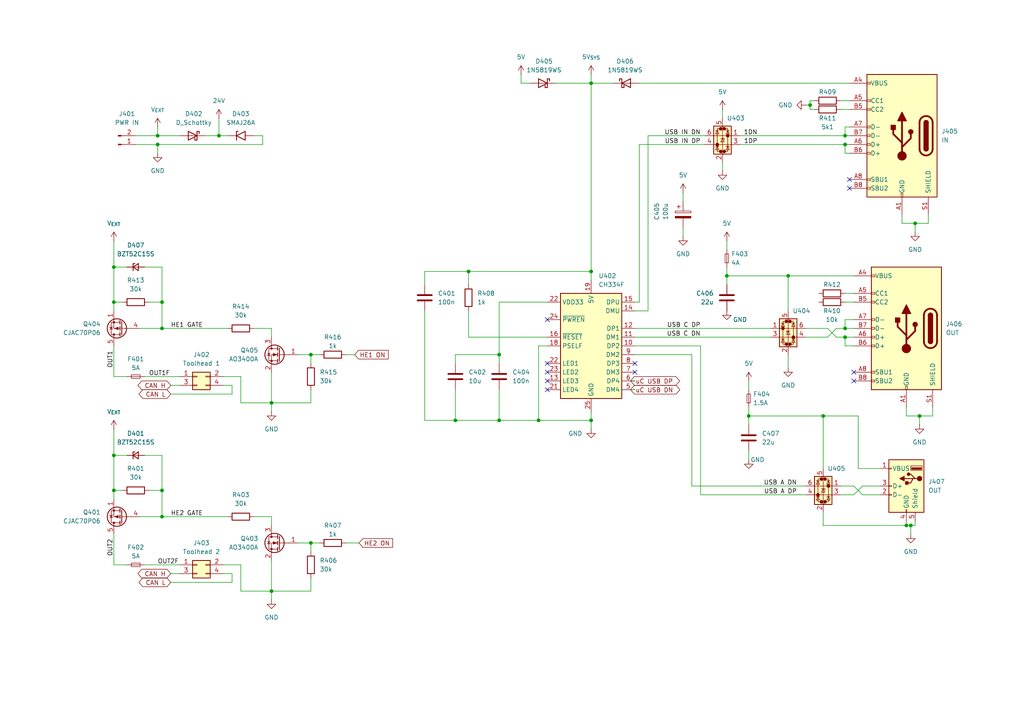
<source format=kicad_sch>
(kicad_sch (version 20250114) (generator "eeschema") (generator_version "9.0")
  (paper "A4")
  (title_block (title "EWS - Power, CANbus and USB HAT for 3D Printers") (date "2025-12-04") (rev "0.1") (company "Eduard Iten"))
  (lib_symbols
    (symbol "Connector:Conn_01x02_Pin" (pin_names (offset 1.016) (hide yes))
      (property "Reference" "J" (at 0 2.54 0))
      (property "Value" "Conn_01x02_Pin" (at 0 -5.08 0))
      (symbol "Conn_01x02_Pin_1_1"
        (pin passive line (at 5.08 0 180) (length 3.81) (name "Pin_1") (number "1"))
        (pin passive line (at 5.08 -2.54 180) (length 3.81) (name "Pin_2") (number "2"))
      )
    )
    (symbol "Connector:USB_A" (pin_names (offset 1.016))
      (property "Reference" "J" (at -5.08 11.43 0))
      (property "Value" "USB_A" (at -5.08 8.89 0))
      (symbol "USB_A_1_1"
        (pin passive line (at -2.54 -10.16 90) (length 2.54) (name "Shield") (number "5"))
        (pin power_in line (at 0 -10.16 90) (length 2.54) (name "GND") (number "4"))
        (pin power_in line (at 7.62 5.08 180) (length 2.54) (name "VBUS") (number "1"))
        (pin bidirectional line (at 7.62 0 180) (length 2.54) (name "D+") (number "3"))
        (pin bidirectional line (at 7.62 -2.54 180) (length 2.54) (name "D-") (number "2"))
      )
    )
    (symbol "Connector:USB_C_Receptacle_USB2.0_16P" (pin_names (offset 1.016))
      (property "Reference" "J" (at 0 22.225 0))
      (property "Value" "USB_C_Receptacle_USB2.0_16P" (at 0 19.685 0))
      (symbol "USB_C_Receptacle_USB2.0_16P_1_1"
        (pin passive line (at -7.62 -22.86 90) (length 5.08) (name "SHIELD") (number "S1"))
        (pin passive line (at 0 -22.86 90) (length 5.08) (name "GND") (number "A1"))
        (pin passive line (at 0 -22.86 90) (length 5.08) (hide yes) (name "GND") (number "A12"))
        (pin passive line (at 0 -22.86 90) (length 5.08) (hide yes) (name "GND") (number "B1"))
        (pin passive line (at 0 -22.86 90) (length 5.08) (hide yes) (name "GND") (number "B12"))
        (pin passive line (at 15.24 15.24 180) (length 5.08) (name "VBUS") (number "A4"))
        (pin passive line (at 15.24 15.24 180) (length 5.08) (hide yes) (name "VBUS") (number "A9"))
        (pin passive line (at 15.24 15.24 180) (length 5.08) (hide yes) (name "VBUS") (number "B4"))
        (pin passive line (at 15.24 15.24 180) (length 5.08) (hide yes) (name "VBUS") (number "B9"))
        (pin bidirectional line (at 15.24 10.16 180) (length 5.08) (name "CC1") (number "A5"))
        (pin bidirectional line (at 15.24 7.62 180) (length 5.08) (name "CC2") (number "B5"))
        (pin bidirectional line (at 15.24 2.54 180) (length 5.08) (name "D-") (number "A7"))
        (pin bidirectional line (at 15.24 0 180) (length 5.08) (name "D-") (number "B7"))
        (pin bidirectional line (at 15.24 -2.54 180) (length 5.08) (name "D+") (number "A6"))
        (pin bidirectional line (at 15.24 -5.08 180) (length 5.08) (name "D+") (number "B6"))
        (pin bidirectional line (at 15.24 -12.7 180) (length 5.08) (name "SBU1") (number "A8"))
        (pin bidirectional line (at 15.24 -15.24 180) (length 5.08) (name "SBU2") (number "B8"))
      )
    )
    (symbol "Connector_Generic:Conn_02x02_Odd_Even" (pin_names (offset 1.016) (hide yes))
      (property "Reference" "J" (at 1.27 2.54 0))
      (property "Value" "Conn_02x02_Odd_Even" (at 1.27 -5.08 0))
      (symbol "Conn_02x02_Odd_Even_1_1"
        (pin passive line (at -5.08 0 0) (length 3.81) (name "Pin_1") (number "1"))
        (pin passive line (at -5.08 -2.54 0) (length 3.81) (name "Pin_3") (number "3"))
        (pin passive line (at 7.62 0 180) (length 3.81) (name "Pin_2") (number "2"))
        (pin passive line (at 7.62 -2.54 180) (length 3.81) (name "Pin_4") (number "4"))
      )
    )
    (symbol "Device:C" (pin_numbers (hide yes)) (pin_names (offset 0.254))
      (property "Reference" "C" (at 0.635 2.54 0))
      (property "Value" "C" (at 0.635 -2.54 0))
      (symbol "C_1_1"
        (pin passive line (at 0 3.81 270) (length 2.794) (name "~") (number "1"))
        (pin passive line (at 0 -3.81 90) (length 2.794) (name "~") (number "2"))
      )
    )
    (symbol "Device:C_Polarized" (pin_numbers (hide yes)) (pin_names (offset 0.254))
      (property "Reference" "C" (at 0.635 2.54 0))
      (property "Value" "C_Polarized" (at 0.635 -2.54 0))
      (symbol "C_Polarized_1_1"
        (pin passive line (at 0 3.81 270) (length 2.794) (name "~") (number "1"))
        (pin passive line (at 0 -3.81 90) (length 2.794) (name "~") (number "2"))
      )
    )
    (symbol "Device:D_Schottky" (pin_numbers (hide yes)) (pin_names (offset 1.016) (hide yes))
      (property "Reference" "D" (at 0 2.54 0))
      (property "Value" "D_Schottky" (at 0 -2.54 0))
      (symbol "D_Schottky_1_1"
        (pin passive line (at -3.81 0 0) (length 2.54) (name "K") (number "1"))
        (pin passive line (at 3.81 0 180) (length 2.54) (name "A") (number "2"))
      )
    )
    (symbol "Device:D_Zener_Small" (pin_numbers (hide yes)) (pin_names (offset 0.254) (hide yes))
      (property "Reference" "D" (at 0 2.286 0))
      (property "Value" "D_Zener_Small" (at 0 -2.286 0))
      (symbol "D_Zener_Small_1_1"
        (pin passive line (at -2.54 0 0) (length 1.778) (name "K") (number "1"))
        (pin passive line (at 2.54 0 180) (length 1.778) (name "A") (number "2"))
      )
    )
    (symbol "Device:Fuse_Small" (pin_numbers (hide yes)) (pin_names (offset 0.254) (hide yes))
      (property "Reference" "F" (at 0 -1.524 0))
      (property "Value" "Fuse_Small" (at 0 1.524 0))
      (symbol "Fuse_Small_1_1"
        (pin passive line (at -2.54 0 0) (length 1.27) (name "~") (number "1"))
        (pin passive line (at 2.54 0 180) (length 1.27) (name "~") (number "2"))
      )
    )
    (symbol "Device:R" (pin_numbers (hide yes)) (pin_names (offset 0))
      (property "Reference" "R" (at 2.032 0 90))
      (property "Value" "R" (at 0 0 90))
      (symbol "R_1_1"
        (pin passive line (at 0 3.81 270) (length 1.27) (name "~") (number "1"))
        (pin passive line (at 0 -3.81 90) (length 1.27) (name "~") (number "2"))
      )
    )
    (symbol "Diode:1N5819WS" (pin_numbers (hide yes)) (pin_names (offset 1.016) (hide yes))
      (property "Reference" "D" (at 0 2.54 0))
      (property "Value" "1N5819WS" (at 0 -2.54 0))
      (symbol "1N5819WS_1_1"
        (pin passive line (at -3.81 0 0) (length 2.54) (name "K") (number "1"))
        (pin passive line (at 3.81 0 180) (length 2.54) (name "A") (number "2"))
      )
    )
    (symbol "Diode:SMAJ26A" (pin_numbers (hide yes)) (pin_names (offset 1.016) (hide yes))
      (property "Reference" "D" (at 0 2.54 0))
      (property "Value" "SMAJ26A" (at 0 -2.54 0))
      (symbol "SMAJ26A_1_1"
        (pin passive line (at -3.81 0 0) (length 2.54) (name "A1") (number "1"))
        (pin passive line (at 3.81 0 180) (length 2.54) (name "A2") (number "2"))
      )
    )
    (symbol "Power_Protection:USBLC6-2SC6" (pin_names (hide yes))
      (property "Reference" "U" (at 0.635 5.715 0))
      (property "Value" "USBLC6-2SC6" (at 0.635 3.81 0))
      (symbol "USBLC6-2SC6_1_1"
        (pin passive line (at -5.08 0 0) (length 2.54) (name "I/O1") (number "1"))
        (pin passive line (at -5.08 -2.54 0) (length 2.54) (name "I/O2") (number "3"))
        (pin passive line (at 0 5.08 270) (length 2.54) (name "VBUS") (number "5"))
        (pin passive line (at 0 -7.62 90) (length 2.54) (name "GND") (number "2"))
        (pin passive line (at 5.08 0 180) (length 2.54) (name "I/O1") (number "6"))
        (pin passive line (at 5.08 -2.54 180) (length 2.54) (name "I/O2") (number "4"))
      )
    )
    (symbol "Transistor_FET:AO3400A" (pin_names (offset 0) (hide yes))
      (property "Reference" "Q" (at 5.08 1.905 0))
      (property "Value" "AO3400A" (at 5.08 0 0))
      (symbol "AO3400A_1_1"
        (pin input line (at -5.08 0 0) (length 2.54) (name "G") (number "1"))
        (pin passive line (at 2.54 5.08 270) (length 2.54) (name "D") (number "3"))
        (pin passive line (at 2.54 -5.08 90) (length 2.54) (name "S") (number "2"))
      )
    )
    (symbol "Transistor_FET:AON6411" (pin_names (hide yes))
      (property "Reference" "Q" (at 5.08 1.905 0))
      (property "Value" "AON6411" (at 5.08 0 0))
      (symbol "AON6411_1_1"
        (pin input line (at -5.08 0 0) (length 2.54) (name "G") (number "4"))
        (pin passive line (at 2.54 5.08 270) (length 2.54) (name "D") (number "5"))
        (pin passive line (at 2.54 -5.08 90) (length 2.54) (name "S") (number "1"))
        (pin passive line (at 2.54 -5.08 90) (length 2.54) (hide yes) (name "S") (number "2"))
        (pin passive line (at 2.54 -5.08 90) (length 2.54) (hide yes) (name "S") (number "3"))
      )
    )
    (symbol "power:+1V0" (power) (pin_numbers (hide yes)) (pin_names (offset 0) (hide yes))
      (property "Value" "+1V0" (at 0 3.556 0))
      (symbol "+1V0_1_1"
        (pin power_in line (at 0 0 90) (length 0) (name "~") (number "1"))
      )
    )
    (symbol "power:+24V" (power) (pin_numbers (hide yes)) (pin_names (offset 0) (hide yes))
      (property "Value" "+24V" (at 0 3.556 0))
      (symbol "+24V_1_1"
        (pin power_in line (at 0 0 90) (length 0) (name "~") (number "1"))
      )
    )
    (symbol "power:+5V" (power) (pin_numbers (hide yes)) (pin_names (offset 0) (hide yes))
      (property "Value" "+5V" (at 0 3.556 0))
      (symbol "+5V_1_1"
        (pin power_in line (at 0 0 90) (length 0) (name "~") (number "1"))
      )
    )
    (symbol "power:GND" (power) (pin_numbers (hide yes)) (pin_names (offset 0) (hide yes))
      (property "Value" "GND" (at 0 -3.81 0))
      (symbol "GND_1_1"
        (pin power_in line (at 0 0 270) (length 0) (name "~") (number "1"))
      )
    )
    (symbol "project:CH334F"
      (property "Reference" "U" (at 1.27 19.05 0))
      (property "Value" "CH334F" (at 1.27 16.51 0))
      (symbol "CH334F_1_1"
        (pin no_connect line (at -27.94 25.4 0) (length 2.54) (hide yes) (name "~{OVCUR}") (number "1"))
        (pin no_connect line (at -27.94 22.86 0) (length 2.54) (hide yes) (name "NC") (number "2"))
        (pin no_connect line (at -27.94 20.32 0) (length 2.54) (hide yes) (name "X0") (number "3"))
        (pin no_connect line (at -27.94 17.78 0) (length 2.54) (hide yes) (name "XI") (number "4"))
        (pin no_connect line (at -27.94 15.24 0) (length 2.54) (hide yes) (name "NC") (number "17"))
        (pin power_out line (at -12.7 12.7 0) (length 3.81) (name "VDD33") (number "22"))
        (pin output line (at -12.7 7.62 0) (length 3.81) (name "~{PWREN}") (number "24"))
        (pin input line (at -12.7 2.54 0) (length 3.81) (name "~{RESET}") (number "16"))
        (pin input line (at -12.7 0 0) (length 3.81) (name "PSELF") (number "18"))
        (pin output line (at -12.7 -5.08 0) (length 3.81) (name "LED1") (number "22"))
        (pin output line (at -12.7 -7.62 0) (length 3.81) (name "LED2") (number "23"))
        (pin output line (at -12.7 -10.16 0) (length 3.81) (name "LED3") (number "13"))
        (pin output line (at -12.7 -12.7 0) (length 3.81) (name "LED4") (number "21"))
        (pin power_in line (at 0 19.05 270) (length 3.81) (name "5V") (number "19"))
        (pin power_in line (at 0 -19.05 90) (length 3.81) (name "GND") (number "25"))
        (pin input line (at 12.7 12.7 180) (length 3.81) (name "DPU") (number "15"))
        (pin input line (at 12.7 10.16 180) (length 3.81) (name "DMU") (number "14"))
        (pin output line (at 12.7 5.08 180) (length 3.81) (name "DP1") (number "12"))
        (pin output line (at 12.7 2.54 180) (length 3.81) (name "DM1") (number "11"))
        (pin output line (at 12.7 0 180) (length 3.81) (name "DP2") (number "10"))
        (pin output line (at 12.7 -2.54 180) (length 3.81) (name "DM2") (number "9"))
        (pin output line (at 12.7 -5.08 180) (length 3.81) (name "DP3") (number "8"))
        (pin output line (at 12.7 -7.62 180) (length 3.81) (name "DM3") (number "7"))
        (pin output line (at 12.7 -10.16 180) (length 3.81) (name "DP4") (number "6"))
        (pin output line (at 12.7 -12.7 180) (length 3.81) (name "DM4") (number "5"))
      )
    )
  )
  (junction (at 245.11 97.79))
  (junction (at 171.45 24.13))
  (junction (at 245.11 39.37))
  (junction (at 245.11 95.25))
  (junction (at 262.89 152.4))
  (junction (at 245.11 41.91))
  (junction (at 156.21 121.92))
  (junction (at 78.74 116.84))
  (junction (at 132.08 121.92))
  (junction (at 144.78 102.87))
  (junction (at 228.6 80.01))
  (junction (at 46.99 142.24))
  (junction (at 33.02 132.08))
  (junction (at 266.7 120.65))
  (junction (at 217.17 120.65))
  (junction (at 46.99 149.86))
  (junction (at 45.72 41.91))
  (junction (at 135.89 78.74))
  (junction (at 33.02 77.47))
  (junction (at 144.78 121.92))
  (junction (at 265.43 64.77))
  (junction (at 46.99 87.63))
  (junction (at 264.16 152.4))
  (junction (at 78.74 171.45))
  (junction (at 210.82 80.01))
  (junction (at 171.45 78.74))
  (junction (at 46.99 95.25))
  (junction (at 171.45 121.92))
  (junction (at 45.72 39.37))
  (junction (at 33.02 87.63))
  (junction (at 90.17 102.87))
  (junction (at 63.5 39.37))
  (junction (at 33.02 142.24))
  (junction (at 238.76 120.65))
  (junction (at 234.95 30.48))
  (junction (at 90.17 157.48))
  (no_connect (at 158.75 110.49))
  (no_connect (at 158.75 92.71))
  (no_connect (at 158.75 107.95))
  (no_connect (at 184.15 107.95))
  (no_connect (at 349.25 134.62))
  (no_connect (at 158.75 113.03))
  (no_connect (at 247.65 110.49))
  (no_connect (at 247.65 107.95))
  (no_connect (at 246.38 54.61))
  (no_connect (at 158.75 105.41))
  (no_connect (at 246.38 52.07))
  (no_connect (at 184.15 105.41))
  (wire (pts (xy 132.08 105.41) (xy 132.08 102.87)))
  (wire (pts (xy 43.18 87.63) (xy 46.99 87.63)))
  (wire (pts (xy 90.17 157.48) (xy 92.71 157.48)))
  (wire (pts (xy 236.22 31.75) (xy 234.95 31.75)))
  (wire (pts (xy 238.76 148.59) (xy 238.76 152.4)))
  (wire (pts (xy 46.99 149.86) (xy 46.99 142.24)))
  (wire (pts (xy 217.17 118.11) (xy 217.17 120.65)))
  (wire (pts (xy 242.57 95.25) (xy 245.11 95.25)))
  (wire (pts (xy 64.77 111.76) (xy 67.31 111.76)))
  (wire (pts (xy 67.31 166.37) (xy 64.77 166.37)))
  (wire (pts (xy 78.74 149.86) (xy 78.74 152.4)))
  (wire (pts (xy 36.83 163.83) (xy 33.02 163.83)))
  (wire (pts (xy 33.02 109.22) (xy 36.83 109.22)))
  (wire (pts (xy 90.17 116.84) (xy 78.74 116.84)))
  (wire (pts (xy 245.11 92.71) (xy 245.11 95.25)))
  (wire (pts (xy 184.15 100.33) (xy 203.2 100.33)))
  (wire (pts (xy 45.72 39.37) (xy 52.07 39.37)))
  (wire (pts (xy 156.21 121.92) (xy 171.45 121.92)))
  (wire (pts (xy 123.19 82.55) (xy 123.19 78.74)))
  (wire (pts (xy 245.11 36.83) (xy 245.11 39.37)))
  (wire (pts (xy 46.99 95.25) (xy 66.04 95.25)))
  (wire (pts (xy 185.42 24.13) (xy 246.38 24.13)))
  (wire (pts (xy 78.74 107.95) (xy 78.74 116.84)))
  (wire (pts (xy 250.19 140.97) (xy 255.27 140.97)))
  (wire (pts (xy 33.02 77.47) (xy 33.02 87.63)))
  (wire (pts (xy 261.62 62.23) (xy 261.62 64.77)))
  (wire (pts (xy 123.19 121.92) (xy 132.08 121.92)))
  (wire (pts (xy 123.19 78.74) (xy 135.89 78.74)))
  (wire (pts (xy 40.64 149.86) (xy 46.99 149.86)))
  (wire (pts (xy 144.78 113.03) (xy 144.78 121.92)))
  (wire (pts (xy 240.03 97.79) (xy 242.57 95.25)))
  (wire (pts (xy 33.02 154.94) (xy 33.02 163.83)))
  (wire (pts (xy 33.02 77.47) (xy 36.83 77.47)))
  (wire (pts (xy 246.38 36.83) (xy 245.11 36.83)))
  (wire (pts (xy 245.11 44.45) (xy 245.11 41.91)))
  (wire (pts (xy 151.13 24.13) (xy 153.67 24.13)))
  (wire (pts (xy 158.75 100.33) (xy 156.21 100.33)))
  (wire (pts (xy 245.11 87.63) (xy 247.65 87.63)))
  (wire (pts (xy 33.02 132.08) (xy 36.83 132.08)))
  (wire (pts (xy 49.53 111.76) (xy 52.07 111.76)))
  (wire (pts (xy 41.91 109.22) (xy 52.07 109.22)))
  (wire (pts (xy 33.02 87.63) (xy 35.56 87.63)))
  (wire (pts (xy 73.66 95.25) (xy 78.74 95.25)))
  (wire (pts (xy 76.2 39.37) (xy 76.2 41.91)))
  (wire (pts (xy 210.82 80.01) (xy 210.82 82.55)))
  (wire (pts (xy 245.11 39.37) (xy 246.38 39.37)))
  (wire (pts (xy 187.96 39.37) (xy 204.47 39.37)))
  (wire (pts (xy 144.78 102.87) (xy 144.78 105.41)))
  (wire (pts (xy 144.78 87.63) (xy 144.78 102.87)))
  (wire (pts (xy 243.84 140.97) (xy 247.65 140.97)))
  (wire (pts (xy 135.89 90.17) (xy 135.89 97.79)))
  (wire (pts (xy 144.78 87.63) (xy 158.75 87.63)))
  (wire (pts (xy 69.85 109.22) (xy 69.85 116.84)))
  (wire (pts (xy 247.65 140.97) (xy 250.19 143.51)))
  (wire (pts (xy 46.99 77.47) (xy 46.99 87.63)))
  (wire (pts (xy 161.29 24.13) (xy 171.45 24.13)))
  (wire (pts (xy 86.36 102.87) (xy 90.17 102.87)))
  (wire (pts (xy 90.17 102.87) (xy 90.17 105.41)))
  (wire (pts (xy 262.89 118.11) (xy 262.89 120.65)))
  (wire (pts (xy 243.84 143.51) (xy 247.65 143.51)))
  (wire (pts (xy 63.5 34.29) (xy 63.5 39.37)))
  (wire (pts (xy 184.15 95.25) (xy 223.52 95.25)))
  (wire (pts (xy 184.15 110.49) (xy 182.88 110.49)))
  (wire (pts (xy 214.63 39.37) (xy 245.11 39.37)))
  (wire (pts (xy 234.95 29.21) (xy 236.22 29.21)))
  (wire (pts (xy 248.92 120.65) (xy 238.76 120.65)))
  (wire (pts (xy 217.17 120.65) (xy 217.17 123.19)))
  (wire (pts (xy 209.55 46.99) (xy 209.55 49.53)))
  (wire (pts (xy 45.72 41.91) (xy 45.72 44.45)))
  (wire (pts (xy 78.74 95.25) (xy 78.74 97.79)))
  (wire (pts (xy 248.92 135.89) (xy 248.92 120.65)))
  (wire (pts (xy 33.02 100.33) (xy 33.02 109.22)))
  (wire (pts (xy 76.2 41.91) (xy 45.72 41.91)))
  (wire (pts (xy 135.89 78.74) (xy 171.45 78.74)))
  (wire (pts (xy 210.82 77.47) (xy 210.82 80.01)))
  (wire (pts (xy 86.36 157.48) (xy 90.17 157.48)))
  (wire (pts (xy 33.02 144.78) (xy 33.02 142.24)))
  (wire (pts (xy 39.37 41.91) (xy 45.72 41.91)))
  (wire (pts (xy 46.99 132.08) (xy 46.99 142.24)))
  (wire (pts (xy 45.72 39.37) (xy 45.72 36.83)))
  (wire (pts (xy 262.89 151.13) (xy 262.89 152.4)))
  (wire (pts (xy 200.66 102.87) (xy 200.66 140.97)))
  (wire (pts (xy 132.08 121.92) (xy 144.78 121.92)))
  (wire (pts (xy 151.13 21.59) (xy 151.13 24.13)))
  (wire (pts (xy 184.15 97.79) (xy 223.52 97.79)))
  (wire (pts (xy 69.85 163.83) (xy 69.85 171.45)))
  (wire (pts (xy 67.31 168.91) (xy 67.31 166.37)))
  (wire (pts (xy 41.91 163.83) (xy 52.07 163.83)))
  (wire (pts (xy 245.11 95.25) (xy 247.65 95.25)))
  (wire (pts (xy 184.15 87.63) (xy 185.42 87.63)))
  (wire (pts (xy 33.02 132.08) (xy 33.02 124.46)))
  (wire (pts (xy 90.17 171.45) (xy 78.74 171.45)))
  (wire (pts (xy 63.5 39.37) (xy 66.04 39.37)))
  (wire (pts (xy 41.91 132.08) (xy 46.99 132.08)))
  (wire (pts (xy 238.76 152.4) (xy 262.89 152.4)))
  (wire (pts (xy 200.66 102.87) (xy 184.15 102.87)))
  (wire (pts (xy 245.11 41.91) (xy 246.38 41.91)))
  (wire (pts (xy 203.2 100.33) (xy 203.2 143.51)))
  (wire (pts (xy 265.43 151.13) (xy 265.43 152.4)))
  (wire (pts (xy 247.65 92.71) (xy 245.11 92.71)))
  (wire (pts (xy 69.85 163.83) (xy 64.77 163.83)))
  (wire (pts (xy 46.99 149.86) (xy 66.04 149.86)))
  (wire (pts (xy 123.19 90.17) (xy 123.19 121.92)))
  (wire (pts (xy 266.7 120.65) (xy 270.51 120.65)))
  (wire (pts (xy 245.11 97.79) (xy 247.65 97.79)))
  (wire (pts (xy 228.6 102.87) (xy 228.6 106.68)))
  (wire (pts (xy 132.08 113.03) (xy 132.08 121.92)))
  (wire (pts (xy 269.24 62.23) (xy 269.24 64.77)))
  (wire (pts (xy 171.45 24.13) (xy 177.8 24.13)))
  (wire (pts (xy 233.68 95.25) (xy 240.03 95.25)))
  (wire (pts (xy 132.08 102.87) (xy 144.78 102.87)))
  (wire (pts (xy 262.89 152.4) (xy 264.16 152.4)))
  (wire (pts (xy 100.33 102.87) (xy 102.87 102.87)))
  (wire (pts (xy 39.37 39.37) (xy 45.72 39.37)))
  (wire (pts (xy 144.78 121.92) (xy 156.21 121.92)))
  (wire (pts (xy 43.18 142.24) (xy 46.99 142.24)))
  (wire (pts (xy 243.84 31.75) (xy 246.38 31.75)))
  (wire (pts (xy 69.85 171.45) (xy 78.74 171.45)))
  (wire (pts (xy 247.65 143.51) (xy 250.19 140.97)))
  (wire (pts (xy 78.74 162.56) (xy 78.74 171.45)))
  (wire (pts (xy 171.45 119.38) (xy 171.45 121.92)))
  (wire (pts (xy 33.02 77.47) (xy 33.02 69.85)))
  (wire (pts (xy 217.17 130.81) (xy 217.17 133.35)))
  (wire (pts (xy 46.99 87.63) (xy 46.99 95.25)))
  (wire (pts (xy 242.57 97.79) (xy 245.11 97.79)))
  (wire (pts (xy 238.76 120.65) (xy 238.76 135.89)))
  (wire (pts (xy 228.6 80.01) (xy 247.65 80.01)))
  (wire (pts (xy 185.42 41.91) (xy 204.47 41.91)))
  (wire (pts (xy 240.03 95.25) (xy 242.57 97.79)))
  (wire (pts (xy 233.68 30.48) (xy 234.95 30.48)))
  (wire (pts (xy 266.7 120.65) (xy 266.7 123.19)))
  (wire (pts (xy 209.55 31.75) (xy 209.55 34.29)))
  (wire (pts (xy 135.89 82.55) (xy 135.89 78.74)))
  (wire (pts (xy 59.69 39.37) (xy 63.5 39.37)))
  (wire (pts (xy 90.17 102.87) (xy 92.71 102.87)))
  (wire (pts (xy 265.43 64.77) (xy 261.62 64.77)))
  (wire (pts (xy 33.02 90.17) (xy 33.02 87.63)))
  (wire (pts (xy 246.38 44.45) (xy 245.11 44.45)))
  (wire (pts (xy 265.43 64.77) (xy 265.43 67.31)))
  (wire (pts (xy 187.96 90.17) (xy 187.96 39.37)))
  (wire (pts (xy 41.91 77.47) (xy 46.99 77.47)))
  (wire (pts (xy 69.85 116.84) (xy 78.74 116.84)))
  (wire (pts (xy 265.43 152.4) (xy 264.16 152.4)))
  (wire (pts (xy 200.66 140.97) (xy 233.68 140.97)))
  (wire (pts (xy 78.74 171.45) (xy 78.74 173.99)))
  (wire (pts (xy 245.11 85.09) (xy 247.65 85.09)))
  (wire (pts (xy 217.17 120.65) (xy 238.76 120.65)))
  (wire (pts (xy 270.51 118.11) (xy 270.51 120.65)))
  (wire (pts (xy 264.16 152.4) (xy 264.16 154.94)))
  (wire (pts (xy 217.17 110.49) (xy 217.17 113.03)))
  (wire (pts (xy 100.33 157.48) (xy 104.14 157.48)))
  (wire (pts (xy 90.17 157.48) (xy 90.17 160.02)))
  (wire (pts (xy 228.6 90.17) (xy 228.6 80.01)))
  (wire (pts (xy 33.02 142.24) (xy 35.56 142.24)))
  (wire (pts (xy 184.15 113.03) (xy 182.88 113.03)))
  (wire (pts (xy 198.12 58.42) (xy 198.12 55.88)))
  (wire (pts (xy 78.74 116.84) (xy 78.74 119.38)))
  (wire (pts (xy 243.84 29.21) (xy 246.38 29.21)))
  (wire (pts (xy 185.42 87.63) (xy 185.42 41.91)))
  (wire (pts (xy 210.82 80.01) (xy 228.6 80.01)))
  (wire (pts (xy 171.45 24.13) (xy 171.45 78.74)))
  (wire (pts (xy 247.65 100.33) (xy 245.11 100.33)))
  (wire (pts (xy 269.24 64.77) (xy 265.43 64.77)))
  (wire (pts (xy 184.15 90.17) (xy 187.96 90.17)))
  (wire (pts (xy 198.12 68.58) (xy 198.12 66.04)))
  (wire (pts (xy 73.66 149.86) (xy 78.74 149.86)))
  (wire (pts (xy 255.27 135.89) (xy 248.92 135.89)))
  (wire (pts (xy 40.64 95.25) (xy 46.99 95.25)))
  (wire (pts (xy 73.66 39.37) (xy 76.2 39.37)))
  (wire (pts (xy 233.68 97.79) (xy 240.03 97.79)))
  (wire (pts (xy 67.31 114.3) (xy 67.31 111.76)))
  (wire (pts (xy 49.53 114.3) (xy 67.31 114.3)))
  (wire (pts (xy 90.17 167.64) (xy 90.17 171.45)))
  (wire (pts (xy 234.95 30.48) (xy 234.95 29.21)))
  (wire (pts (xy 156.21 100.33) (xy 156.21 121.92)))
  (wire (pts (xy 171.45 121.92) (xy 171.45 124.46)))
  (wire (pts (xy 33.02 132.08) (xy 33.02 142.24)))
  (wire (pts (xy 49.53 166.37) (xy 52.07 166.37)))
  (wire (pts (xy 210.82 69.85) (xy 210.82 72.39)))
  (wire (pts (xy 262.89 120.65) (xy 266.7 120.65)))
  (wire (pts (xy 234.95 31.75) (xy 234.95 30.48)))
  (wire (pts (xy 245.11 100.33) (xy 245.11 97.79)))
  (wire (pts (xy 90.17 113.03) (xy 90.17 116.84)))
  (wire (pts (xy 250.19 143.51) (xy 255.27 143.51)))
  (wire (pts (xy 49.53 168.91) (xy 67.31 168.91)))
  (wire (pts (xy 64.77 109.22) (xy 69.85 109.22)))
  (wire (pts (xy 214.63 41.91) (xy 245.11 41.91)))
  (wire (pts (xy 171.45 21.59) (xy 171.45 24.13)))
  (wire (pts (xy 171.45 78.74) (xy 171.45 81.28)))
  (wire (pts (xy 203.2 143.51) (xy 233.68 143.51)))
  (wire (pts (xy 158.75 97.79) (xy 135.89 97.79)))
  (label "HE2 GATE" (at 49.53 149.86 0))
  (label "USB IN DN" (at 203.2 39.37 180))
  (label "OUT1F" (at 43.18 109.22 0))
  (label "1DP" (at 219.71 41.91 180))
  (label "OUT1" (at 33.02 106.68 90))
  (label "OUT2F" (at 45.72 163.83 0))
  (label "OUT2" (at 33.02 161.29 90))
  (label "HE1 GATE" (at 49.53 95.25 0))
  (label "1DN" (at 219.71 39.37 180))
  (label "USB IN DP" (at 203.2 41.91 180))
  (label "USB C DN" (at 203.2 97.79 180))
  (label "USB A DN" (at 231.14 140.97 180))
  (label "USB A DP" (at 231.14 143.51 180))
  (label "USB C DP" (at 203.2 95.25 180))
  (global_label "uC USB DP" (shape bidirectional) (at 182.88 110.49 0) (property "Intersheetrefs" "${INTERSHEET_REFS}" (effects (hide yes))))
  (global_label "CAN L" (shape bidirectional) (at 49.53 114.3 180) (property "Intersheetrefs" "${INTERSHEET_REFS}" (effects (hide yes))))
  (global_label "uC USB DN" (shape bidirectional) (at 182.88 113.03 0) (property "Intersheetrefs" "${INTERSHEET_REFS}" (effects (hide yes))))
  (global_label "HE2 ON" (shape input) (at 104.14 157.48 0) (property "Intersheetrefs" "${INTERSHEET_REFS}" (effects (hide yes))))
  (global_label "CAN H" (shape bidirectional) (at 49.53 166.37 180) (property "Intersheetrefs" "${INTERSHEET_REFS}" (effects (hide yes))))
  (global_label "CAN H" (shape bidirectional) (at 49.53 111.76 180) (property "Intersheetrefs" "${INTERSHEET_REFS}" (effects (hide yes))))
  (global_label "HE1 ON" (shape input) (at 102.87 102.87 0) (property "Intersheetrefs" "${INTERSHEET_REFS}" (effects (hide yes))))
  (global_label "CAN L" (shape bidirectional) (at 49.53 168.91 180) (property "Intersheetrefs" "${INTERSHEET_REFS}" (effects (hide yes))))
  (symbol (lib_id "power:GND") (at 198.12 68.58 0) (unit 1)
    (property "Reference" "#PWR0415" (effects (hide yes)))
    (property "Value" "GND" (at 198.12 73.66 0))
    (property "Description" "Power symbol creates a global label with name \"GND\" , ground" (effects (hide yes)))
  )
  (symbol (lib_id "Transistor_FET:AON6411") (at 35.56 149.86 180) (unit 1)
    (property "Reference" "Q401" (at 29.21 148.59 0) (effects (justify left)))
    (property "Value" "CJAC70P06" (at 29.21 151.13 0) (effects (justify left)))
    (property "Footprint" "Package_DFN_QFN:AO_DFN-8-1EP_5.55x5.2mm_P1.27mm_EP4.12x4.6mm" (effects (hide yes)))
    (property "Datasheet" "http://www.aosmd.com/res/data_sheets/AON6411.pd" (effects (hide yes)))
  )
  (symbol (lib_id "Device:R") (at 96.52 102.87 90) (unit 1)
    (property "Reference" "R416" (at 96.52 97.79 90))
    (property "Value" "1k" (at 96.52 100.33 90))
    (property "Footprint" "Resistor_SMD:R_0402_1005Metric" (effects (hide yes)))
    (property "Description" "Resistor" (effects (hide yes)))
  )
  (symbol (lib_id "Power_Protection:USBLC6-2SC6") (at 209.55 39.37 0) (mirror y) (unit 1)
    (property "Reference" "U403" (at 210.82 34.29 0) (effects (justify right)))
    (property "Value" "USBLC6-2SC6" (effects (hide yes)))
    (property "Footprint" "Package_TO_SOT_SMD:SOT-23-6" (effects (hide yes)))
    (property "Datasheet" "https://www.st.com/resource/en/datasheet/usblc6-2.pdf" (effects (hide yes)))
    (property "Description" "Very low capacitance ESD protection diode, 2 data-line, SOT-23-6" (effects (hide yes)))
  )
  (symbol (lib_id "Connector:Conn_01x02_Pin") (at 34.29 41.91 0) (mirror x) (unit 1)
    (property "Reference" "J401" (at 36.83 33.02 0))
    (property "Value" "PWR IN" (at 36.83 35.56 0))
    (property "Footprint" "Connector_AMASS:AMASS_XT30PW-M_1x02_P2.50mm_Horizontal" (effects (hide yes)))
    (property "Description" "Generic connector, single row, 01x02, script generated" (effects (hide yes)))
  )
  (symbol (lib_id "power:+5V") (at 217.17 110.49 0) (unit 1)
    (property "Reference" "#PWR0425" (effects (hide yes)))
    (property "Value" "5V" (at 217.17 105.41 0))
    (property "Description" "Power symbol creates a global label with name \"+5V\"" (effects (hide yes)))
  )
  (symbol (lib_id "Device:C_Polarized") (at 198.12 62.23 0) (unit 1)
    (property "Reference" "C405" (at 190.5 61.341 90))
    (property "Value" "100u" (at 193.04 61.341 90))
    (property "Footprint" "Capacitor_SMD:CP_Elec_6.3x7.7" (effects (hide yes)))
    (property "Description" "Polarized capacitor" (effects (hide yes)))
    (property "Manufacturer Part #" "RVT1H101M0607" (effects (hide yes)))
    (property "LCSC Part #" "C3151829" (effects (hide yes)))
  )
  (symbol (lib_id "Device:R") (at 96.52 157.48 90) (unit 1)
    (property "Reference" "R407" (at 96.52 152.4 90))
    (property "Value" "1k" (at 96.52 154.94 90))
    (property "Footprint" "Resistor_SMD:R_0402_1005Metric" (effects (hide yes)))
    (property "Description" "Resistor" (effects (hide yes)))
  )
  (symbol (lib_id "Transistor_FET:AON6411") (at 35.56 95.25 180) (unit 1)
    (property "Reference" "Q404" (at 29.21 93.98 0) (effects (justify left)))
    (property "Value" "CJAC70P06" (at 29.21 96.52 0) (effects (justify left)))
    (property "Footprint" "Package_DFN_QFN:AO_DFN-8-1EP_5.55x5.2mm_P1.27mm_EP4.12x4.6mm" (effects (hide yes)))
    (property "Datasheet" "http://www.aosmd.com/res/data_sheets/AON6411.pd" (effects (hide yes)))
  )
  (symbol (lib_id "Device:R") (at 240.03 31.75 270) (mirror x) (unit 1)
    (property "Reference" "R411" (at 240.03 34.29 90))
    (property "Value" "5k1" (at 240.03 36.83 90))
    (property "Footprint" "Resistor_SMD:R_0402_1005Metric" (effects (hide yes)))
    (property "Description" "Resistor" (effects (hide yes)))
  )
  (symbol (lib_id "Device:R") (at 90.17 163.83 180) (unit 1)
    (property "Reference" "R406" (at 92.71 162.5599 0) (effects (justify right)))
    (property "Value" "30k" (at 92.71 165.0999 0) (effects (justify right)))
    (property "Footprint" "Resistor_SMD:R_0402_1005Metric" (effects (hide yes)))
    (property "Description" "Resistor" (effects (hide yes)))
  )
  (symbol (lib_id "power:GND") (at 78.74 119.38 0) (unit 1)
    (property "Reference" "#PWR0418" (effects (hide yes)))
    (property "Value" "GND" (at 78.74 124.46 0))
    (property "Description" "Power symbol creates a global label with name \"GND\" , ground" (effects (hide yes)))
  )
  (symbol (lib_id "Device:R") (at 135.89 86.36 0) (mirror x) (unit 1)
    (property "Reference" "R408" (at 138.43 85.09 0) (effects (justify left)))
    (property "Value" "1k" (at 138.43 87.63 0) (effects (justify left)))
    (property "Footprint" "Resistor_SMD:R_0402_1005Metric" (effects (hide yes)))
    (property "Description" "Resistor" (effects (hide yes)))
  )
  (symbol (lib_id "power:GND") (at 217.17 133.35 0) (unit 1)
    (property "Reference" "#PWR0426" (effects (hide yes)))
    (property "Value" "GND" (at 219.71 133.35 0))
    (property "Description" "Power symbol creates a global label with name \"GND\" , ground" (effects (hide yes)))
  )
  (symbol (lib_id "Connector_Generic:Conn_02x02_Odd_Even") (at 57.15 109.22 0) (unit 1)
    (property "Reference" "J402" (at 58.42 102.87 0))
    (property "Value" "Toolhead 1" (at 58.42 105.41 0))
    (property "Footprint" "Connector_Molex:Molex_Micro-Fit_3.0_43045-0400_2x02_P3.00mm_Horizontal" (effects (hide yes)))
    (property "Description" "Generic connector, double row, 02x02, odd/even pin numbering scheme (row 1 odd numbers, row 2 even numbers), script generated (kicad-library-utils/schlib/autogen/connector/)" (effects (hide yes)))
  )
  (symbol (lib_id "Device:R") (at 241.3 87.63 270) (unit 1)
    (property "Reference" "R410" (at 241.3 90.17 90))
    (property "Value" "10k" (at 241.3 92.71 90))
    (property "Footprint" "Resistor_SMD:R_0402_1005Metric" (effects (hide yes)))
    (property "Description" "Resistor" (effects (hide yes)))
  )
  (symbol (lib_id "power:GND") (at 45.72 44.45 0) (unit 1)
    (property "Reference" "#PWR0409" (effects (hide yes)))
    (property "Value" "GND" (at 45.72 49.53 0))
    (property "Description" "Power symbol creates a global label with name \"GND\" , ground" (effects (hide yes)))
  )
  (symbol (lib_id "Connector:USB_C_Receptacle_USB2.0_16P") (at 262.89 95.25 0) (mirror y) (unit 1)
    (property "Reference" "J406" (at 274.32 93.9799 0) (effects (justify right)))
    (property "Value" "OUT" (at 274.32 96.5199 0) (effects (justify right)))
    (property "Footprint" "Connector_USB:USB_C_Receptacle_GCT_USB4105-xx-A_16P_TopMnt_Horizontal" (effects (hide yes)))
    (property "Datasheet" "https://www.usb.org/sites/default/files/documents/usb_type-c.zip" (effects (hide yes)))
    (property "Description" "USB 2.0-only 16P Type-C Receptacle connector" (effects (hide yes)))
    (property "Manufacturer Part #" "TYPE-C 16PIN 2MD(073)" (effects (hide yes)))
    (property "LCSC Part #" "C2765186" (effects (hide yes)))
  )
  (symbol (lib_id "power:+24V") (at 63.5 34.29 0) (unit 1)
    (property "Reference" "#PWR0401" (effects (hide yes)))
    (property "Value" "24V" (at 63.5 29.21 0))
    (property "Description" "Power symbol creates a global label with name \"+24V\"" (effects (hide yes)))
  )
  (symbol (lib_id "Transistor_FET:AO3400A") (at 81.28 157.48 0) (mirror y) (unit 1)
    (property "Reference" "Q403" (at 74.93 156.2099 0) (effects (justify left)))
    (property "Value" "AO3400A" (at 74.93 158.7499 0) (effects (justify left)))
    (property "Footprint" "Package_TO_SOT_SMD:SOT-23" (effects (hide yes)))
    (property "Datasheet" "http://www.aosmd.com/pdfs/datasheet/AO3400A.pdf" (effects (hide yes)))
    (property "Description" "30V Vds, 5.7A Id, N-Channel MOSFET, SOT-23" (effects (hide yes)))
  )
  (symbol (lib_id "Device:C") (at 132.08 109.22 0) (unit 1)
    (property "Reference" "C402" (at 135.89 107.9499 0) (effects (justify left)))
    (property "Value" "10u" (at 135.89 110.4899 0) (effects (justify left)))
    (property "Footprint" "Capacitor_SMD:C_0603_1608Metric" (effects (hide yes)))
    (property "Description" "Unpolarized capacitor" (effects (hide yes)))
  )
  (symbol (lib_id "Connector_Generic:Conn_02x02_Odd_Even") (at 57.15 163.83 0) (unit 1)
    (property "Reference" "J403" (at 58.42 157.48 0))
    (property "Value" "Toolhead 2" (at 58.42 160.02 0))
    (property "Footprint" "Connector_Molex:Molex_Micro-Fit_3.0_43045-0400_2x02_P3.00mm_Horizontal" (effects (hide yes)))
    (property "Description" "Generic connector, double row, 02x02, odd/even pin numbering scheme (row 1 odd numbers, row 2 even numbers), script generated (kicad-library-utils/schlib/autogen/connector/)" (effects (hide yes)))
  )
  (symbol (lib_id "Device:C") (at 123.19 86.36 0) (unit 1)
    (property "Reference" "C401" (at 127 85.09 0) (effects (justify left)))
    (property "Value" "100n" (at 127 87.63 0) (effects (justify left)))
    (property "Footprint" "Capacitor_SMD:C_0402_1005Metric" (effects (hide yes)))
    (property "Description" "Unpolarized capacitor" (effects (hide yes)))
  )
  (symbol (lib_id "power:+5V") (at 151.13 21.59 0) (unit 1)
    (property "Reference" "#PWR0406" (effects (hide yes)))
    (property "Value" "5V" (at 151.13 16.51 0))
    (property "Description" "Power symbol creates a global label with name \"+5V\"" (effects (hide yes)))
  )
  (symbol (lib_id "power:+5V") (at 210.82 69.85 0) (unit 1)
    (property "Reference" "#PWR0411" (effects (hide yes)))
    (property "Value" "5V" (at 210.82 64.77 0))
    (property "Description" "Power symbol creates a global label with name \"+5V\"" (effects (hide yes)))
  )
  (symbol (lib_id "power:+1V0") (at 33.02 124.46 0) (unit 1)
    (property "Reference" "#PWR0419" (effects (hide yes)))
    (property "Value" "V_{EXT}" (at 33.02 119.38 0))
    (property "Description" "Power symbol creates a global label with name \"+1V0\"" (effects (hide yes)))
  )
  (symbol (lib_id "Diode:1N5819WS") (at 157.48 24.13 0) (mirror y) (unit 1)
    (property "Reference" "D405" (at 157.7975 17.78 0))
    (property "Value" "1N5819WS" (at 157.7975 20.32 0))
    (property "Footprint" "Diode_SMD:D_SOD-323" (effects (hide yes)))
    (property "Datasheet" "https://datasheet.lcsc.com/lcsc/2204281430_Guangdong-Hottech-1N5819WS_C191023.pdf" (effects (hide yes)))
    (property "Description" "40V 600mV@1A 1A SOD-323 Schottky Barrier Diodes, SOD-323" (effects (hide yes)))
  )
  (symbol (lib_id "Device:R") (at 39.37 142.24 90) (unit 1)
    (property "Reference" "R401" (at 39.37 135.89 90))
    (property "Value" "30k" (at 39.37 138.43 90))
    (property "Footprint" "Resistor_SMD:R_0402_1005Metric" (effects (hide yes)))
    (property "Description" "Resistor" (effects (hide yes)))
  )
  (symbol (lib_id "power:+5V") (at 171.45 21.59 0) (unit 1)
    (property "Reference" "#PWR0427" (effects (hide yes)))
    (property "Value" "5V_{SYS}" (at 171.45 16.51 0))
    (property "Description" "Power symbol creates a global label with name \"+5V\"" (effects (hide yes)))
  )
  (symbol (lib_id "Device:C") (at 210.82 86.36 0) (mirror y) (unit 1)
    (property "Reference" "C406" (at 207.01 85.0899 0) (effects (justify left)))
    (property "Value" "22u" (at 207.01 87.6299 0) (effects (justify left)))
    (property "Footprint" "Capacitor_SMD:C_1206_3216Metric" (effects (hide yes)))
    (property "Description" "Unpolarized capacitor" (effects (hide yes)))
  )
  (symbol (lib_id "Power_Protection:USBLC6-2SC6") (at 228.6 95.25 0) (unit 1)
    (property "Reference" "U404" (at 229.87 90.17 0) (effects (justify left)))
    (property "Value" "USBLC6-2SC6" (effects (hide yes)))
    (property "Footprint" "Package_TO_SOT_SMD:SOT-23-6" (effects (hide yes)))
    (property "Datasheet" "https://www.st.com/resource/en/datasheet/usblc6-2.pdf" (effects (hide yes)))
    (property "Description" "Very low capacitance ESD protection diode, 2 data-line, SOT-23-6" (effects (hide yes)))
  )
  (symbol (lib_id "Device:R") (at 39.37 87.63 90) (unit 1)
    (property "Reference" "R413" (at 39.37 81.28 90))
    (property "Value" "30k" (at 39.37 83.82 90))
    (property "Footprint" "Resistor_SMD:R_0402_1005Metric" (effects (hide yes)))
    (property "Description" "Resistor" (effects (hide yes)))
  )
  (symbol (lib_id "Device:Fuse_Small") (at 39.37 109.22 0) (unit 1)
    (property "Reference" "F401" (at 39.37 104.14 0))
    (property "Value" "5A" (at 39.37 106.68 0))
    (property "Footprint" "Fuse:Fuse_1206_3216Metric_Pad1.42x1.75mm_HandSolder" (effects (hide yes)))
    (property "Description" "Fuse, small symbol" (effects (hide yes)))
  )
  (symbol (lib_id "Power_Protection:USBLC6-2SC6") (at 238.76 140.97 0) (mirror y) (unit 1)
    (property "Reference" "U405" (at 240.03 135.89 0) (effects (justify right)))
    (property "Value" "USBLC6-2SC6" (effects (hide yes)))
    (property "Footprint" "Package_TO_SOT_SMD:SOT-23-6" (effects (hide yes)))
    (property "Datasheet" "https://www.st.com/resource/en/datasheet/usblc6-2.pdf" (effects (hide yes)))
    (property "Description" "Very low capacitance ESD protection diode, 2 data-line, SOT-23-6" (effects (hide yes)))
  )
  (symbol (lib_id "power:GND") (at 78.74 173.99 0) (unit 1)
    (property "Reference" "#PWR0402" (effects (hide yes)))
    (property "Value" "GND" (at 78.74 179.07 0))
    (property "Description" "Power symbol creates a global label with name \"GND\" , ground" (effects (hide yes)))
  )
  (symbol (lib_id "Device:R") (at 69.85 149.86 90) (unit 1)
    (property "Reference" "R403" (at 69.85 143.51 90))
    (property "Value" "30k" (at 69.85 146.05 90))
    (property "Footprint" "Resistor_SMD:R_0402_1005Metric" (effects (hide yes)))
    (property "Description" "Resistor" (effects (hide yes)))
  )
  (symbol (lib_id "Diode:SMAJ26A") (at 69.85 39.37 0) (unit 1)
    (property "Reference" "D403" (at 69.85 33.02 0))
    (property "Value" "SMAJ26A" (at 69.85 35.56 0))
    (property "Footprint" "Diode_SMD:D_SMA" (effects (hide yes)))
    (property "Datasheet" "https://www.littelfuse.com/media?resourcetype=datasheets&itemid=75e32973-b177-4ee3-a0ff-cedaf1abdb93&filename=smaj-datasheet" (effects (hide yes)))
    (property "Description" "400W unidirectional Transient Voltage Suppressor, 26.0Vr, SMA(DO-214AC)" (effects (hide yes)))
  )
  (symbol (lib_id "Device:C") (at 217.17 127 0) (unit 1)
    (property "Reference" "C407" (at 220.98 125.7299 0) (effects (justify left)))
    (property "Value" "22u" (at 220.98 128.2699 0) (effects (justify left)))
    (property "Footprint" "Capacitor_SMD:C_1206_3216Metric" (effects (hide yes)))
    (property "Description" "Unpolarized capacitor" (effects (hide yes)))
  )
  (symbol (lib_id "Device:D_Zener_Small") (at 39.37 132.08 0) (unit 1)
    (property "Reference" "D401" (at 39.37 125.73 0))
    (property "Value" "BZT52C15S" (at 39.37 128.27 0))
    (property "Footprint" "Diode_SMD:D_SOD-323" (effects (hide yes)))
    (property "Description" "Zener diode, small symbol" (effects (hide yes)))
    (property "Manufacturer Part #" "BZT52C15S" (effects (hide yes)))
    (property "LCSC Part #" "C19077448" (effects (hide yes)))
  )
  (symbol (lib_id "power:GND") (at 264.16 154.94 0) (unit 1)
    (property "Reference" "#PWR0414" (effects (hide yes)))
    (property "Value" "GND" (at 264.16 160.02 0))
    (property "Description" "Power symbol creates a global label with name \"GND\" , ground" (effects (hide yes)))
  )
  (symbol (lib_id "Connector:USB_C_Receptacle_USB2.0_16P") (at 261.62 39.37 0) (mirror y) (unit 1)
    (property "Reference" "J405" (at 273.05 38.0999 0) (effects (justify right)))
    (property "Value" "IN" (at 273.05 40.6399 0) (effects (justify right)))
    (property "Footprint" "Connector_USB:USB_C_Receptacle_GCT_USB4105-xx-A_16P_TopMnt_Horizontal" (effects (hide yes)))
    (property "Datasheet" "https://www.usb.org/sites/default/files/documents/usb_type-c.zip" (effects (hide yes)))
    (property "Description" "USB 2.0-only 16P Type-C Receptacle connector" (effects (hide yes)))
    (property "Manufacturer Part #" "TYPE-C 16PIN 2MD(073)" (effects (hide yes)))
    (property "LCSC Part #" "C2765186" (effects (hide yes)))
  )
  (symbol (lib_id "Device:R") (at 90.17 109.22 180) (unit 1)
    (property "Reference" "R415" (at 92.71 107.9499 0) (effects (justify right)))
    (property "Value" "30k" (at 92.71 110.4899 0) (effects (justify right)))
    (property "Footprint" "Resistor_SMD:R_0402_1005Metric" (effects (hide yes)))
    (property "Description" "Resistor" (effects (hide yes)))
  )
  (symbol (lib_id "power:+5V") (at 198.12 55.88 0) (unit 1)
    (property "Reference" "#PWR0410" (effects (hide yes)))
    (property "Value" "5V" (at 198.12 50.8 0))
    (property "Description" "Power symbol creates a global label with name \"+5V\"" (effects (hide yes)))
  )
  (symbol (lib_id "power:GND") (at 233.68 30.48 270) (unit 1)
    (property "Reference" "#PWR0421" (effects (hide yes)))
    (property "Value" "GND" (at 229.87 30.48 90) (effects (justify right)))
    (property "Description" "Power symbol creates a global label with name \"GND\" , ground" (effects (hide yes)))
  )
  (symbol (lib_id "power:+1V0") (at 45.72 36.83 0) (unit 1)
    (property "Reference" "#PWR0416" (effects (hide yes)))
    (property "Value" "V_{EXT}" (at 45.72 31.75 0))
    (property "Description" "Power symbol creates a global label with name \"+1V0\"" (effects (hide yes)))
  )
  (symbol (lib_id "power:GND") (at 265.43 67.31 0) (unit 1)
    (property "Reference" "#PWR0422" (effects (hide yes)))
    (property "Value" "GND" (at 265.43 72.39 0))
    (property "Description" "Power symbol creates a global label with name \"GND\" , ground" (effects (hide yes)))
  )
  (symbol (lib_id "power:GND") (at 210.82 90.17 0) (unit 1)
    (property "Reference" "#PWR0413" (effects (hide yes)))
    (property "Value" "GND" (at 214.63 92.71 0))
    (property "Description" "Power symbol creates a global label with name \"GND\" , ground" (effects (hide yes)))
  )
  (symbol (lib_id "power:+1V0") (at 33.02 69.85 0) (unit 1)
    (property "Reference" "#PWR0417" (effects (hide yes)))
    (property "Value" "V_{EXT}" (at 33.02 64.77 0))
    (property "Description" "Power symbol creates a global label with name \"+1V0\"" (effects (hide yes)))
  )
  (symbol (lib_id "Diode:1N5819WS") (at 181.61 24.13 0) (unit 1)
    (property "Reference" "D406" (at 181.2925 17.78 0))
    (property "Value" "1N5819WS" (at 181.2925 20.32 0))
    (property "Footprint" "Diode_SMD:D_SOD-323" (effects (hide yes)))
    (property "Datasheet" "https://datasheet.lcsc.com/lcsc/2204281430_Guangdong-Hottech-1N5819WS_C191023.pdf" (effects (hide yes)))
    (property "Description" "40V 600mV@1A 1A SOD-323 Schottky Barrier Diodes, SOD-323" (effects (hide yes)))
  )
  (symbol (lib_id "Device:C") (at 144.78 109.22 0) (unit 1)
    (property "Reference" "C404" (at 148.59 107.9499 0) (effects (justify left)))
    (property "Value" "100n" (at 148.59 110.4899 0) (effects (justify left)))
    (property "Footprint" "Capacitor_SMD:C_0402_1005Metric" (effects (hide yes)))
    (property "Description" "Unpolarized capacitor" (effects (hide yes)))
  )
  (symbol (lib_id "Device:Fuse_Small") (at 210.82 74.93 90) (unit 1)
    (property "Reference" "F403" (at 212.09 73.6599 90) (effects (justify right)))
    (property "Value" "4A" (at 212.09 76.1999 90) (effects (justify right)))
    (property "Footprint" "Fuse:Fuse_0805_2012Metric" (effects (hide yes)))
    (property "Description" "Fuse, small symbol" (effects (hide yes)))
    (property "Manufacturer Part #" "BSMD0805L-400" (effects (hide yes)))
    (property "LCSC Part #" "C49305071" (effects (hide yes)))
  )
  (symbol (lib_id "Device:R") (at 241.3 85.09 270) (mirror x) (unit 1)
    (property "Reference" "R412" (at 241.3 82.55 90))
    (property "Value" "10k" (effects (hide yes)))
    (property "Footprint" "Resistor_SMD:R_0402_1005Metric" (effects (hide yes)))
    (property "Description" "Resistor" (effects (hide yes)))
  )
  (symbol (lib_id "Device:D_Zener_Small") (at 39.37 77.47 0) (unit 1)
    (property "Reference" "D407" (at 39.37 71.12 0))
    (property "Value" "BZT52C15S" (at 39.37 73.66 0))
    (property "Footprint" "Diode_SMD:D_SOD-323" (effects (hide yes)))
    (property "Description" "Zener diode, small symbol" (effects (hide yes)))
    (property "Manufacturer Part #" "BZT52C15S" (effects (hide yes)))
    (property "LCSC Part #" "C19077448" (effects (hide yes)))
  )
  (symbol (lib_id "power:GND") (at 266.7 123.19 0) (unit 1)
    (property "Reference" "#PWR0424" (effects (hide yes)))
    (property "Value" "GND" (at 266.7 128.27 0))
    (property "Description" "Power symbol creates a global label with name \"GND\" , ground" (effects (hide yes)))
  )
  (symbol (lib_id "Device:R") (at 69.85 95.25 90) (unit 1)
    (property "Reference" "R414" (at 69.85 88.9 90))
    (property "Value" "30k" (at 69.85 91.44 90))
    (property "Footprint" "Resistor_SMD:R_0402_1005Metric" (effects (hide yes)))
    (property "Description" "Resistor" (effects (hide yes)))
  )
  (symbol (lib_id "power:GND") (at 209.55 49.53 0) (unit 1)
    (property "Reference" "#PWR0412" (effects (hide yes)))
    (property "Value" "GND" (at 209.55 54.61 0))
    (property "Description" "Power symbol creates a global label with name \"GND\" , ground" (effects (hide yes)))
  )
  (symbol (lib_id "Connector:USB_A") (at 262.89 140.97 0) (mirror y) (unit 1)
    (property "Reference" "J407" (at 269.24 139.6999 0) (effects (justify right)))
    (property "Value" "OUT" (at 269.24 142.2399 0) (effects (justify right)))
    (property "Footprint" "Connector_USB:USB_A_Wuerth_614004134726_Horizontal" (effects (hide yes)))
    (property "Description" "USB Type A connector" (effects (hide yes)))
    (property "Manufacturer Part #" "BX-TYPE-A-MCC4P" (effects (hide yes)))
    (property "LCSC Part #" "C18077685" (effects (hide yes)))
  )
  (symbol (lib_id "power:+5V") (at 209.55 31.75 0) (unit 1)
    (property "Reference" "#PWR0420" (effects (hide yes)))
    (property "Value" "5V" (at 209.55 26.67 0))
    (property "Description" "Power symbol creates a global label with name \"+5V\"" (effects (hide yes)))
  )
  (symbol (lib_id "Device:R") (at 240.03 29.21 270) (mirror x) (unit 1)
    (property "Reference" "R409" (at 240.03 26.67 90))
    (property "Value" "5k1" (effects (hide yes)))
    (property "Footprint" "Resistor_SMD:R_0402_1005Metric" (effects (hide yes)))
    (property "Description" "Resistor" (effects (hide yes)))
  )
  (symbol (lib_id "Device:D_Schottky") (at 55.88 39.37 0) (mirror y) (unit 1)
    (property "Reference" "D402" (at 56.1975 33.02 0))
    (property "Value" "D_Schottky" (at 56.1975 35.56 0))
    (property "Footprint" "Diode_SMD:D_SMC" (effects (hide yes)))
    (property "Description" "Schottky diode" (effects (hide yes)))
  )
  (symbol (lib_id "Device:Fuse_Small") (at 39.37 163.83 0) (unit 1)
    (property "Reference" "F402" (at 39.37 158.75 0))
    (property "Value" "5A" (at 39.37 161.29 0))
    (property "Footprint" "Fuse:Fuse_1206_3216Metric_Pad1.42x1.75mm_HandSolder" (effects (hide yes)))
    (property "Description" "Fuse, small symbol" (effects (hide yes)))
  )
  (symbol (lib_id "project:CH334F") (at 171.45 100.33 0) (unit 1)
    (property "Reference" "U402" (at 173.5933 80.01 0) (effects (justify left)))
    (property "Value" "CH334F" (at 173.5933 82.55 0) (effects (justify left)))
    (property "Footprint" "Package_DFN_QFN:QFN-24-1EP_4x4mm_P0.5mm_EP2.7x2.7mm_ThermalVias" (effects (hide yes)))
  )
  (symbol (lib_id "power:GND") (at 171.45 124.46 0) (mirror y) (unit 1)
    (property "Reference" "#PWR0408" (effects (hide yes)))
    (property "Value" "GND" (at 168.91 125.7299 0) (effects (justify left)))
    (property "Description" "Power symbol creates a global label with name \"GND\" , ground" (effects (hide yes)))
  )
  (symbol (lib_id "Device:Fuse_Small") (at 217.17 115.57 270) (unit 1)
    (property "Reference" "F404" (at 218.44 114.3 90) (effects (justify left)))
    (property "Value" "1.5A" (at 218.44 116.84 90) (effects (justify left)))
    (property "Footprint" "Fuse:Fuse_0805_2012Metric" (effects (hide yes)))
    (property "Description" "Fuse, small symbol" (effects (hide yes)))
    (property "Manufacturer Part #" "BSMD0805L-150" (effects (hide yes)))
    (property "LCSC Part #" "C914095" (effects (hide yes)))
  )
  (symbol (lib_id "power:GND") (at 228.6 106.68 0) (unit 1)
    (property "Reference" "#PWR0423" (effects (hide yes)))
    (property "Value" "GND" (at 228.6 111.76 0))
    (property "Description" "Power symbol creates a global label with name \"GND\" , ground" (effects (hide yes)))
  )
  (symbol (lib_id "Transistor_FET:AO3400A") (at 81.28 102.87 0) (mirror y) (unit 1)
    (property "Reference" "Q405" (at 74.93 101.5999 0) (effects (justify left)))
    (property "Value" "AO3400A" (at 74.93 104.1399 0) (effects (justify left)))
    (property "Footprint" "Package_TO_SOT_SMD:SOT-23" (effects (hide yes)))
    (property "Datasheet" "http://www.aosmd.com/pdfs/datasheet/AO3400A.pdf" (effects (hide yes)))
    (property "Description" "30V Vds, 5.7A Id, N-Channel MOSFET, SOT-23" (effects (hide yes)))
  )
)
</source>
